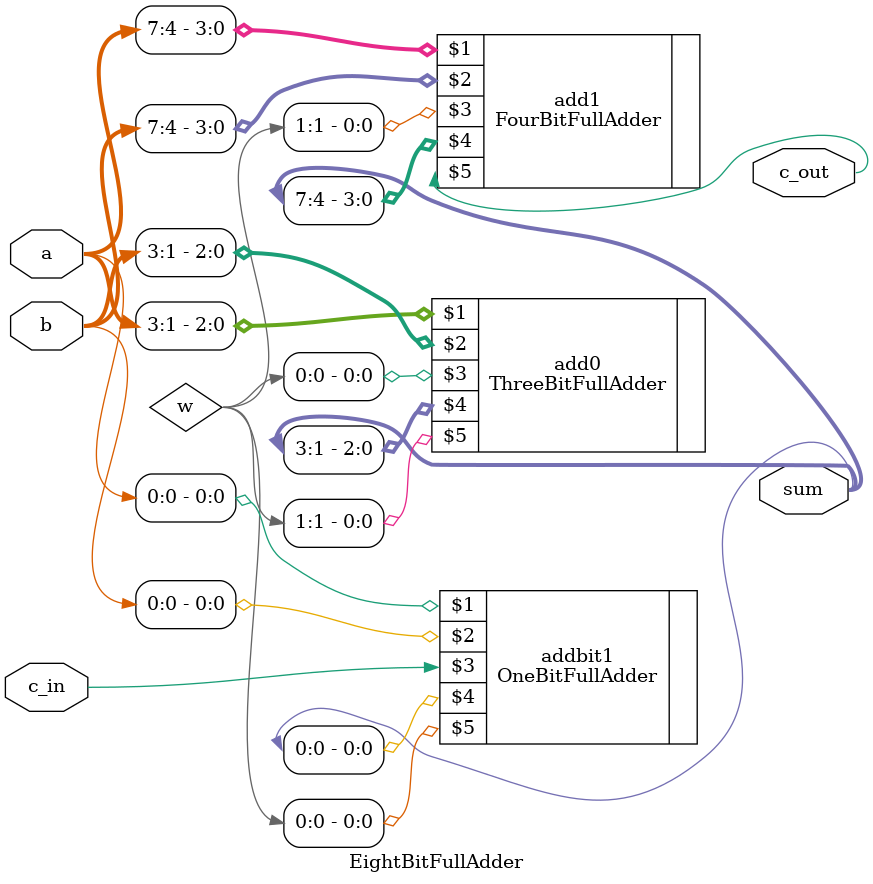
<source format=v>
module EightBitFullAdder(
	input [7:0] a,
	input [7:0] b,
	input c_in,
	output [7:0] sum,
	output c_out
);

	wire [3:0] w;

	OneBitFullAdder addbit1(
		a[0],
		b[0],
		c_in,
		sum[0],
		w[0]
	);
	
	ThreeBitFullAdder add0(
		a[3:1],
		b[3:1],
		w[0],
		sum[3:1],
		w[1]
	);
	
	FourBitFullAdder add1(
		a[7:4],
		b[7:4],
		w[1],
		sum[7:4],
		c_out
	);
		


endmodule
</source>
